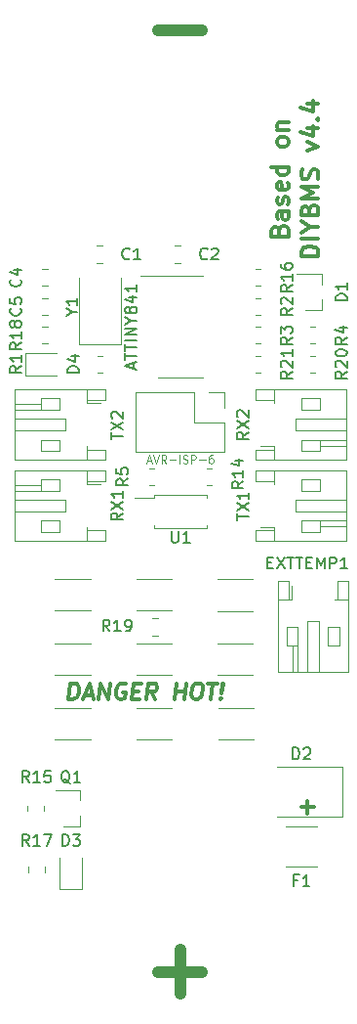
<source format=gbr>
G04 #@! TF.GenerationSoftware,KiCad,Pcbnew,5.1.10-88a1d61d58~88~ubuntu18.04.1*
G04 #@! TF.CreationDate,2021-11-17T21:44:28+08:00*
G04 #@! TF.ProjectId,ModuleV440,4d6f6475-6c65-4563-9434-302e6b696361,rev?*
G04 #@! TF.SameCoordinates,Original*
G04 #@! TF.FileFunction,Legend,Top*
G04 #@! TF.FilePolarity,Positive*
%FSLAX46Y46*%
G04 Gerber Fmt 4.6, Leading zero omitted, Abs format (unit mm)*
G04 Created by KiCad (PCBNEW 5.1.10-88a1d61d58~88~ubuntu18.04.1) date 2021-11-17 21:44:28*
%MOMM*%
%LPD*%
G01*
G04 APERTURE LIST*
%ADD10C,1.000000*%
%ADD11C,0.300000*%
%ADD12C,0.350000*%
%ADD13C,0.120000*%
%ADD14C,0.150000*%
%ADD15C,0.100000*%
G04 APERTURE END LIST*
D10*
X115012838Y-115694742D02*
X118822361Y-115694742D01*
X116917600Y-117599504D02*
X116917600Y-113789980D01*
X115012838Y-34194742D02*
X118822361Y-34194742D01*
D11*
X127396171Y-101444742D02*
X128539028Y-101444742D01*
X127967600Y-102016171D02*
X127967600Y-100873314D01*
X107220308Y-92120933D02*
X107395308Y-90720933D01*
X107728641Y-90720933D01*
X107920308Y-90787600D01*
X108036975Y-90920933D01*
X108086975Y-91054266D01*
X108120308Y-91320933D01*
X108095308Y-91520933D01*
X107995308Y-91787600D01*
X107911975Y-91920933D01*
X107761975Y-92054266D01*
X107553641Y-92120933D01*
X107220308Y-92120933D01*
X108603641Y-91720933D02*
X109270308Y-91720933D01*
X108420308Y-92120933D02*
X109061975Y-90720933D01*
X109353641Y-92120933D01*
X109820308Y-92120933D02*
X109995308Y-90720933D01*
X110620308Y-92120933D01*
X110795308Y-90720933D01*
X112186975Y-90787600D02*
X112061975Y-90720933D01*
X111861975Y-90720933D01*
X111653641Y-90787600D01*
X111503641Y-90920933D01*
X111420308Y-91054266D01*
X111320308Y-91320933D01*
X111295308Y-91520933D01*
X111328641Y-91787600D01*
X111378641Y-91920933D01*
X111495308Y-92054266D01*
X111686975Y-92120933D01*
X111820308Y-92120933D01*
X112028641Y-92054266D01*
X112103641Y-91987600D01*
X112161975Y-91520933D01*
X111895308Y-91520933D01*
X112778641Y-91387600D02*
X113245308Y-91387600D01*
X113353641Y-92120933D02*
X112686975Y-92120933D01*
X112861975Y-90720933D01*
X113528641Y-90720933D01*
X114753641Y-92120933D02*
X114370308Y-91454266D01*
X113953641Y-92120933D02*
X114128641Y-90720933D01*
X114661975Y-90720933D01*
X114786975Y-90787600D01*
X114845308Y-90854266D01*
X114895308Y-90987600D01*
X114870308Y-91187600D01*
X114786975Y-91320933D01*
X114711975Y-91387600D01*
X114570308Y-91454266D01*
X114036975Y-91454266D01*
X116420308Y-92120933D02*
X116595308Y-90720933D01*
X116511975Y-91387600D02*
X117311975Y-91387600D01*
X117220308Y-92120933D02*
X117395308Y-90720933D01*
X118328641Y-90720933D02*
X118595308Y-90720933D01*
X118720308Y-90787600D01*
X118836975Y-90920933D01*
X118870308Y-91187600D01*
X118811975Y-91654266D01*
X118711975Y-91920933D01*
X118561975Y-92054266D01*
X118420308Y-92120933D01*
X118153641Y-92120933D01*
X118028641Y-92054266D01*
X117911975Y-91920933D01*
X117878641Y-91654266D01*
X117936975Y-91187600D01*
X118036975Y-90920933D01*
X118186975Y-90787600D01*
X118328641Y-90720933D01*
X119328641Y-90720933D02*
X120128641Y-90720933D01*
X119553641Y-92120933D02*
X119728641Y-90720933D01*
X120436975Y-91987600D02*
X120495308Y-92054266D01*
X120420308Y-92120933D01*
X120361975Y-92054266D01*
X120436975Y-91987600D01*
X120420308Y-92120933D01*
X120486975Y-91587600D02*
X120520308Y-90787600D01*
X120595308Y-90720933D01*
X120653641Y-90787600D01*
X120486975Y-91587600D01*
X120595308Y-90720933D01*
D12*
X125510457Y-51516171D02*
X125581885Y-51301885D01*
X125653314Y-51230457D01*
X125796171Y-51159028D01*
X126010457Y-51159028D01*
X126153314Y-51230457D01*
X126224742Y-51301885D01*
X126296171Y-51444742D01*
X126296171Y-52016171D01*
X124796171Y-52016171D01*
X124796171Y-51516171D01*
X124867600Y-51373314D01*
X124939028Y-51301885D01*
X125081885Y-51230457D01*
X125224742Y-51230457D01*
X125367600Y-51301885D01*
X125439028Y-51373314D01*
X125510457Y-51516171D01*
X125510457Y-52016171D01*
X126296171Y-49873314D02*
X125510457Y-49873314D01*
X125367600Y-49944742D01*
X125296171Y-50087600D01*
X125296171Y-50373314D01*
X125367600Y-50516171D01*
X126224742Y-49873314D02*
X126296171Y-50016171D01*
X126296171Y-50373314D01*
X126224742Y-50516171D01*
X126081885Y-50587600D01*
X125939028Y-50587600D01*
X125796171Y-50516171D01*
X125724742Y-50373314D01*
X125724742Y-50016171D01*
X125653314Y-49873314D01*
X126224742Y-49230457D02*
X126296171Y-49087600D01*
X126296171Y-48801885D01*
X126224742Y-48659028D01*
X126081885Y-48587600D01*
X126010457Y-48587600D01*
X125867600Y-48659028D01*
X125796171Y-48801885D01*
X125796171Y-49016171D01*
X125724742Y-49159028D01*
X125581885Y-49230457D01*
X125510457Y-49230457D01*
X125367600Y-49159028D01*
X125296171Y-49016171D01*
X125296171Y-48801885D01*
X125367600Y-48659028D01*
X126224742Y-47373314D02*
X126296171Y-47516171D01*
X126296171Y-47801885D01*
X126224742Y-47944742D01*
X126081885Y-48016171D01*
X125510457Y-48016171D01*
X125367600Y-47944742D01*
X125296171Y-47801885D01*
X125296171Y-47516171D01*
X125367600Y-47373314D01*
X125510457Y-47301885D01*
X125653314Y-47301885D01*
X125796171Y-48016171D01*
X126296171Y-46016171D02*
X124796171Y-46016171D01*
X126224742Y-46016171D02*
X126296171Y-46159028D01*
X126296171Y-46444742D01*
X126224742Y-46587600D01*
X126153314Y-46659028D01*
X126010457Y-46730457D01*
X125581885Y-46730457D01*
X125439028Y-46659028D01*
X125367600Y-46587600D01*
X125296171Y-46444742D01*
X125296171Y-46159028D01*
X125367600Y-46016171D01*
X126296171Y-43944742D02*
X126224742Y-44087600D01*
X126153314Y-44159028D01*
X126010457Y-44230457D01*
X125581885Y-44230457D01*
X125439028Y-44159028D01*
X125367600Y-44087600D01*
X125296171Y-43944742D01*
X125296171Y-43730457D01*
X125367600Y-43587600D01*
X125439028Y-43516171D01*
X125581885Y-43444742D01*
X126010457Y-43444742D01*
X126153314Y-43516171D01*
X126224742Y-43587600D01*
X126296171Y-43730457D01*
X126296171Y-43944742D01*
X125296171Y-42801885D02*
X126296171Y-42801885D01*
X125439028Y-42801885D02*
X125367600Y-42730457D01*
X125296171Y-42587600D01*
X125296171Y-42373314D01*
X125367600Y-42230457D01*
X125510457Y-42159028D01*
X126296171Y-42159028D01*
X128896171Y-53730457D02*
X127396171Y-53730457D01*
X127396171Y-53373314D01*
X127467600Y-53159028D01*
X127610457Y-53016171D01*
X127753314Y-52944742D01*
X128039028Y-52873314D01*
X128253314Y-52873314D01*
X128539028Y-52944742D01*
X128681885Y-53016171D01*
X128824742Y-53159028D01*
X128896171Y-53373314D01*
X128896171Y-53730457D01*
X128896171Y-52230457D02*
X127396171Y-52230457D01*
X128181885Y-51230457D02*
X128896171Y-51230457D01*
X127396171Y-51730457D02*
X128181885Y-51230457D01*
X127396171Y-50730457D01*
X128110457Y-49730457D02*
X128181885Y-49516171D01*
X128253314Y-49444742D01*
X128396171Y-49373314D01*
X128610457Y-49373314D01*
X128753314Y-49444742D01*
X128824742Y-49516171D01*
X128896171Y-49659028D01*
X128896171Y-50230457D01*
X127396171Y-50230457D01*
X127396171Y-49730457D01*
X127467600Y-49587600D01*
X127539028Y-49516171D01*
X127681885Y-49444742D01*
X127824742Y-49444742D01*
X127967600Y-49516171D01*
X128039028Y-49587600D01*
X128110457Y-49730457D01*
X128110457Y-50230457D01*
X128896171Y-48730457D02*
X127396171Y-48730457D01*
X128467600Y-48230457D01*
X127396171Y-47730457D01*
X128896171Y-47730457D01*
X128824742Y-47087600D02*
X128896171Y-46873314D01*
X128896171Y-46516171D01*
X128824742Y-46373314D01*
X128753314Y-46301885D01*
X128610457Y-46230457D01*
X128467600Y-46230457D01*
X128324742Y-46301885D01*
X128253314Y-46373314D01*
X128181885Y-46516171D01*
X128110457Y-46801885D01*
X128039028Y-46944742D01*
X127967600Y-47016171D01*
X127824742Y-47087600D01*
X127681885Y-47087600D01*
X127539028Y-47016171D01*
X127467600Y-46944742D01*
X127396171Y-46801885D01*
X127396171Y-46444742D01*
X127467600Y-46230457D01*
X127896171Y-44587600D02*
X128896171Y-44230457D01*
X127896171Y-43873314D01*
X127896171Y-42659028D02*
X128896171Y-42659028D01*
X127324742Y-43016171D02*
X128396171Y-43373314D01*
X128396171Y-42444742D01*
X128753314Y-41873314D02*
X128824742Y-41801885D01*
X128896171Y-41873314D01*
X128824742Y-41944742D01*
X128753314Y-41873314D01*
X128896171Y-41873314D01*
X127896171Y-40516171D02*
X128896171Y-40516171D01*
X127324742Y-40873314D02*
X128396171Y-41230457D01*
X128396171Y-40301885D01*
D13*
X119644664Y-73572600D02*
X119190536Y-73572600D01*
X119644664Y-72102600D02*
X119190536Y-72102600D01*
X123440536Y-62352600D02*
X123894664Y-62352600D01*
X123440536Y-63822600D02*
X123894664Y-63822600D01*
X128190536Y-62352600D02*
X128644664Y-62352600D01*
X128190536Y-63822600D02*
X128644664Y-63822600D01*
X106167600Y-62127600D02*
X103482600Y-62127600D01*
X103482600Y-62127600D02*
X103482600Y-64047600D01*
X103482600Y-64047600D02*
X106167600Y-64047600D01*
X128190536Y-59852600D02*
X128644664Y-59852600D01*
X128190536Y-61322600D02*
X128644664Y-61322600D01*
X123440536Y-59852600D02*
X123894664Y-59852600D01*
X123440536Y-61322600D02*
X123894664Y-61322600D01*
X123440536Y-54852600D02*
X123894664Y-54852600D01*
X123440536Y-56322600D02*
X123894664Y-56322600D01*
X109690536Y-62352600D02*
X110144664Y-62352600D01*
X109690536Y-63822600D02*
X110144664Y-63822600D01*
X111717600Y-61387600D02*
X111717600Y-55637600D01*
X108117600Y-61387600D02*
X111717600Y-61387600D01*
X108117600Y-55637600D02*
X108117600Y-61387600D01*
X120747600Y-65507600D02*
X120747600Y-66837600D01*
X119417600Y-65507600D02*
X120747600Y-65507600D01*
X120747600Y-68107600D02*
X120747600Y-70707600D01*
X118147600Y-68107600D02*
X120747600Y-68107600D01*
X118147600Y-65507600D02*
X118147600Y-68107600D01*
X120747600Y-70707600D02*
X113007600Y-70707600D01*
X118147600Y-65507600D02*
X113007600Y-65507600D01*
X113007600Y-65507600D02*
X113007600Y-70707600D01*
X123894664Y-58822600D02*
X123440536Y-58822600D01*
X123894664Y-57352600D02*
X123440536Y-57352600D01*
X105394664Y-61322600D02*
X104940536Y-61322600D01*
X105394664Y-59852600D02*
X104940536Y-59852600D01*
X129177600Y-58417600D02*
X129177600Y-57487600D01*
X129177600Y-55257600D02*
X129177600Y-56187600D01*
X129177600Y-55257600D02*
X127017600Y-55257600D01*
X129177600Y-58417600D02*
X127717600Y-58417600D01*
X105428852Y-58822600D02*
X104906348Y-58822600D01*
X105428852Y-57352600D02*
X104906348Y-57352600D01*
X105428852Y-56322600D02*
X104906348Y-56322600D01*
X105428852Y-54852600D02*
X104906348Y-54852600D01*
X116406348Y-52852600D02*
X116928852Y-52852600D01*
X116406348Y-54322600D02*
X116928852Y-54322600D01*
X110178852Y-54322600D02*
X109656348Y-54322600D01*
X110178852Y-52852600D02*
X109656348Y-52852600D01*
X116917600Y-64272600D02*
X118867600Y-64272600D01*
X116917600Y-64272600D02*
X114967600Y-64272600D01*
X116917600Y-55402600D02*
X118867600Y-55402600D01*
X116917600Y-55402600D02*
X113467600Y-55402600D01*
X123194664Y-84447600D02*
X120140536Y-84447600D01*
X123194664Y-81727600D02*
X120140536Y-81727600D01*
X113090536Y-81677600D02*
X116144664Y-81677600D01*
X113090536Y-84397600D02*
X116144664Y-84397600D01*
X120140536Y-87252600D02*
X123194664Y-87252600D01*
X120140536Y-89972600D02*
X123194664Y-89972600D01*
X116144664Y-89972600D02*
X113090536Y-89972600D01*
X116144664Y-87252600D02*
X113090536Y-87252600D01*
X123244664Y-95547600D02*
X120190536Y-95547600D01*
X123244664Y-92827600D02*
X120190536Y-92827600D01*
X113115536Y-92827600D02*
X116169664Y-92827600D01*
X113115536Y-95547600D02*
X116169664Y-95547600D01*
X109094664Y-84397600D02*
X106040536Y-84397600D01*
X109094664Y-81677600D02*
X106040536Y-81677600D01*
X106040536Y-87252600D02*
X109094664Y-87252600D01*
X106040536Y-89972600D02*
X109094664Y-89972600D01*
X109094664Y-95547600D02*
X106040536Y-95547600D01*
X109094664Y-92827600D02*
X106040536Y-92827600D01*
X116917600Y-77247600D02*
X119227600Y-77247600D01*
X119227600Y-77247600D02*
X119227600Y-77032600D01*
X116917600Y-77247600D02*
X114607600Y-77247600D01*
X114607600Y-77247600D02*
X114607600Y-77032600D01*
X116917600Y-74427600D02*
X119227600Y-74427600D01*
X119227600Y-74427600D02*
X119227600Y-74642600D01*
X116917600Y-74427600D02*
X114607600Y-74427600D01*
X114607600Y-74427600D02*
X114607600Y-74642600D01*
X114607600Y-74642600D02*
X112917600Y-74642600D01*
X125057600Y-77197600D02*
X125057600Y-77477600D01*
X125057600Y-77477600D02*
X123457600Y-77477600D01*
X123457600Y-77477600D02*
X123457600Y-78397600D01*
X123457600Y-78397600D02*
X131277600Y-78397600D01*
X131277600Y-78397600D02*
X131277600Y-72277600D01*
X131277600Y-72277600D02*
X123457600Y-72277600D01*
X123457600Y-72277600D02*
X123457600Y-73197600D01*
X123457600Y-73197600D02*
X125057600Y-73197600D01*
X125057600Y-73197600D02*
X125057600Y-73477600D01*
X131277600Y-75837600D02*
X126917600Y-75837600D01*
X126917600Y-75837600D02*
X126917600Y-74837600D01*
X126917600Y-74837600D02*
X131277600Y-74837600D01*
X125057600Y-78397600D02*
X125057600Y-77477600D01*
X125057600Y-72277600D02*
X125057600Y-73197600D01*
X127417600Y-77637600D02*
X129017600Y-77637600D01*
X129017600Y-77637600D02*
X129017600Y-76637600D01*
X129017600Y-76637600D02*
X127417600Y-76637600D01*
X127417600Y-76637600D02*
X127417600Y-77637600D01*
X127417600Y-73037600D02*
X129017600Y-73037600D01*
X129017600Y-73037600D02*
X129017600Y-74037600D01*
X129017600Y-74037600D02*
X127417600Y-74037600D01*
X127417600Y-74037600D02*
X127417600Y-73037600D01*
X129017600Y-76637600D02*
X131277600Y-76637600D01*
X129017600Y-77137600D02*
X131277600Y-77137600D01*
X125057600Y-77197600D02*
X123842600Y-77197600D01*
X108777600Y-73477600D02*
X108777600Y-73197600D01*
X108777600Y-73197600D02*
X110377600Y-73197600D01*
X110377600Y-73197600D02*
X110377600Y-72277600D01*
X110377600Y-72277600D02*
X102557600Y-72277600D01*
X102557600Y-72277600D02*
X102557600Y-78397600D01*
X102557600Y-78397600D02*
X110377600Y-78397600D01*
X110377600Y-78397600D02*
X110377600Y-77477600D01*
X110377600Y-77477600D02*
X108777600Y-77477600D01*
X108777600Y-77477600D02*
X108777600Y-77197600D01*
X102557600Y-74837600D02*
X106917600Y-74837600D01*
X106917600Y-74837600D02*
X106917600Y-75837600D01*
X106917600Y-75837600D02*
X102557600Y-75837600D01*
X108777600Y-72277600D02*
X108777600Y-73197600D01*
X108777600Y-78397600D02*
X108777600Y-77477600D01*
X106417600Y-73037600D02*
X104817600Y-73037600D01*
X104817600Y-73037600D02*
X104817600Y-74037600D01*
X104817600Y-74037600D02*
X106417600Y-74037600D01*
X106417600Y-74037600D02*
X106417600Y-73037600D01*
X106417600Y-77637600D02*
X104817600Y-77637600D01*
X104817600Y-77637600D02*
X104817600Y-76637600D01*
X104817600Y-76637600D02*
X106417600Y-76637600D01*
X106417600Y-76637600D02*
X106417600Y-77637600D01*
X104817600Y-74037600D02*
X102557600Y-74037600D01*
X104817600Y-73537600D02*
X102557600Y-73537600D01*
X108777600Y-73477600D02*
X109992600Y-73477600D01*
X130967600Y-102237600D02*
X130967600Y-97937600D01*
X130967600Y-97937600D02*
X125267600Y-97937600D01*
X130967600Y-102237600D02*
X125267600Y-102237600D01*
X114944664Y-86572600D02*
X114490536Y-86572600D01*
X114944664Y-85102600D02*
X114490536Y-85102600D01*
X105152600Y-106610536D02*
X105152600Y-107064664D01*
X103682600Y-106610536D02*
X103682600Y-107064664D01*
X105102600Y-101310536D02*
X105102600Y-101764664D01*
X103632600Y-101310536D02*
X103632600Y-101764664D01*
X114190536Y-72102600D02*
X114644664Y-72102600D01*
X114190536Y-73572600D02*
X114644664Y-73572600D01*
X128803852Y-106547600D02*
X126031348Y-106547600D01*
X128803852Y-103127600D02*
X126031348Y-103127600D01*
X126557600Y-83477600D02*
X126277600Y-83477600D01*
X126277600Y-83477600D02*
X126277600Y-81877600D01*
X126277600Y-81877600D02*
X125357600Y-81877600D01*
X125357600Y-81877600D02*
X125357600Y-89697600D01*
X125357600Y-89697600D02*
X131477600Y-89697600D01*
X131477600Y-89697600D02*
X131477600Y-81877600D01*
X131477600Y-81877600D02*
X130557600Y-81877600D01*
X130557600Y-81877600D02*
X130557600Y-83477600D01*
X130557600Y-83477600D02*
X130277600Y-83477600D01*
X127917600Y-89697600D02*
X127917600Y-85337600D01*
X127917600Y-85337600D02*
X128917600Y-85337600D01*
X128917600Y-85337600D02*
X128917600Y-89697600D01*
X125357600Y-83477600D02*
X126277600Y-83477600D01*
X131477600Y-83477600D02*
X130557600Y-83477600D01*
X126117600Y-85837600D02*
X126117600Y-87437600D01*
X126117600Y-87437600D02*
X127117600Y-87437600D01*
X127117600Y-87437600D02*
X127117600Y-85837600D01*
X127117600Y-85837600D02*
X126117600Y-85837600D01*
X130717600Y-85837600D02*
X130717600Y-87437600D01*
X130717600Y-87437600D02*
X129717600Y-87437600D01*
X129717600Y-87437600D02*
X129717600Y-85837600D01*
X129717600Y-85837600D02*
X130717600Y-85837600D01*
X127117600Y-87437600D02*
X127117600Y-89697600D01*
X126617600Y-87437600D02*
X126617600Y-89697600D01*
X126557600Y-83477600D02*
X126557600Y-82262600D01*
X106457600Y-105837600D02*
X106457600Y-108522600D01*
X106457600Y-108522600D02*
X108377600Y-108522600D01*
X108377600Y-108522600D02*
X108377600Y-105837600D01*
X108227600Y-103092600D02*
X106767600Y-103092600D01*
X108227600Y-99932600D02*
X106067600Y-99932600D01*
X108227600Y-99932600D02*
X108227600Y-100862600D01*
X108227600Y-103092600D02*
X108227600Y-102162600D01*
X125057600Y-70197600D02*
X123842600Y-70197600D01*
X129017600Y-70137600D02*
X131277600Y-70137600D01*
X129017600Y-69637600D02*
X131277600Y-69637600D01*
X127417600Y-67037600D02*
X127417600Y-66037600D01*
X129017600Y-67037600D02*
X127417600Y-67037600D01*
X129017600Y-66037600D02*
X129017600Y-67037600D01*
X127417600Y-66037600D02*
X129017600Y-66037600D01*
X127417600Y-69637600D02*
X127417600Y-70637600D01*
X129017600Y-69637600D02*
X127417600Y-69637600D01*
X129017600Y-70637600D02*
X129017600Y-69637600D01*
X127417600Y-70637600D02*
X129017600Y-70637600D01*
X125057600Y-65277600D02*
X125057600Y-66197600D01*
X125057600Y-71397600D02*
X125057600Y-70477600D01*
X126917600Y-67837600D02*
X131277600Y-67837600D01*
X126917600Y-68837600D02*
X126917600Y-67837600D01*
X131277600Y-68837600D02*
X126917600Y-68837600D01*
X125057600Y-66197600D02*
X125057600Y-66477600D01*
X123457600Y-66197600D02*
X125057600Y-66197600D01*
X123457600Y-65277600D02*
X123457600Y-66197600D01*
X131277600Y-65277600D02*
X123457600Y-65277600D01*
X131277600Y-71397600D02*
X131277600Y-65277600D01*
X123457600Y-71397600D02*
X131277600Y-71397600D01*
X123457600Y-70477600D02*
X123457600Y-71397600D01*
X125057600Y-70477600D02*
X123457600Y-70477600D01*
X125057600Y-70197600D02*
X125057600Y-70477600D01*
X108777600Y-66477600D02*
X108777600Y-66197600D01*
X108777600Y-66197600D02*
X110377600Y-66197600D01*
X110377600Y-66197600D02*
X110377600Y-65277600D01*
X110377600Y-65277600D02*
X102557600Y-65277600D01*
X102557600Y-65277600D02*
X102557600Y-71397600D01*
X102557600Y-71397600D02*
X110377600Y-71397600D01*
X110377600Y-71397600D02*
X110377600Y-70477600D01*
X110377600Y-70477600D02*
X108777600Y-70477600D01*
X108777600Y-70477600D02*
X108777600Y-70197600D01*
X102557600Y-67837600D02*
X106917600Y-67837600D01*
X106917600Y-67837600D02*
X106917600Y-68837600D01*
X106917600Y-68837600D02*
X102557600Y-68837600D01*
X108777600Y-65277600D02*
X108777600Y-66197600D01*
X108777600Y-71397600D02*
X108777600Y-70477600D01*
X106417600Y-66037600D02*
X104817600Y-66037600D01*
X104817600Y-66037600D02*
X104817600Y-67037600D01*
X104817600Y-67037600D02*
X106417600Y-67037600D01*
X106417600Y-67037600D02*
X106417600Y-66037600D01*
X106417600Y-70637600D02*
X104817600Y-70637600D01*
X104817600Y-70637600D02*
X104817600Y-69637600D01*
X104817600Y-69637600D02*
X106417600Y-69637600D01*
X106417600Y-69637600D02*
X106417600Y-70637600D01*
X104817600Y-67037600D02*
X102557600Y-67037600D01*
X104817600Y-66537600D02*
X102557600Y-66537600D01*
X108777600Y-66477600D02*
X109992600Y-66477600D01*
D14*
X122369980Y-73230457D02*
X121893790Y-73563790D01*
X122369980Y-73801885D02*
X121369980Y-73801885D01*
X121369980Y-73420933D01*
X121417600Y-73325695D01*
X121465219Y-73278076D01*
X121560457Y-73230457D01*
X121703314Y-73230457D01*
X121798552Y-73278076D01*
X121846171Y-73325695D01*
X121893790Y-73420933D01*
X121893790Y-73801885D01*
X122369980Y-72278076D02*
X122369980Y-72849504D01*
X122369980Y-72563790D02*
X121369980Y-72563790D01*
X121512838Y-72659028D01*
X121608076Y-72754266D01*
X121655695Y-72849504D01*
X121703314Y-71420933D02*
X122369980Y-71420933D01*
X121322361Y-71659028D02*
X122036647Y-71897123D01*
X122036647Y-71278076D01*
X126619980Y-63730457D02*
X126143790Y-64063790D01*
X126619980Y-64301885D02*
X125619980Y-64301885D01*
X125619980Y-63920933D01*
X125667600Y-63825695D01*
X125715219Y-63778076D01*
X125810457Y-63730457D01*
X125953314Y-63730457D01*
X126048552Y-63778076D01*
X126096171Y-63825695D01*
X126143790Y-63920933D01*
X126143790Y-64301885D01*
X125715219Y-63349504D02*
X125667600Y-63301885D01*
X125619980Y-63206647D01*
X125619980Y-62968552D01*
X125667600Y-62873314D01*
X125715219Y-62825695D01*
X125810457Y-62778076D01*
X125905695Y-62778076D01*
X126048552Y-62825695D01*
X126619980Y-63397123D01*
X126619980Y-62778076D01*
X126619980Y-61825695D02*
X126619980Y-62397123D01*
X126619980Y-62111409D02*
X125619980Y-62111409D01*
X125762838Y-62206647D01*
X125858076Y-62301885D01*
X125905695Y-62397123D01*
X131369980Y-63730457D02*
X130893790Y-64063790D01*
X131369980Y-64301885D02*
X130369980Y-64301885D01*
X130369980Y-63920933D01*
X130417600Y-63825695D01*
X130465219Y-63778076D01*
X130560457Y-63730457D01*
X130703314Y-63730457D01*
X130798552Y-63778076D01*
X130846171Y-63825695D01*
X130893790Y-63920933D01*
X130893790Y-64301885D01*
X130465219Y-63349504D02*
X130417600Y-63301885D01*
X130369980Y-63206647D01*
X130369980Y-62968552D01*
X130417600Y-62873314D01*
X130465219Y-62825695D01*
X130560457Y-62778076D01*
X130655695Y-62778076D01*
X130798552Y-62825695D01*
X131369980Y-63397123D01*
X131369980Y-62778076D01*
X130369980Y-62159028D02*
X130369980Y-62063790D01*
X130417600Y-61968552D01*
X130465219Y-61920933D01*
X130560457Y-61873314D01*
X130750933Y-61825695D01*
X130989028Y-61825695D01*
X131179504Y-61873314D01*
X131274742Y-61920933D01*
X131322361Y-61968552D01*
X131369980Y-62063790D01*
X131369980Y-62159028D01*
X131322361Y-62254266D01*
X131274742Y-62301885D01*
X131179504Y-62349504D01*
X130989028Y-62397123D01*
X130750933Y-62397123D01*
X130560457Y-62349504D01*
X130465219Y-62301885D01*
X130417600Y-62254266D01*
X130369980Y-62159028D01*
X108119980Y-63825695D02*
X107119980Y-63825695D01*
X107119980Y-63587600D01*
X107167600Y-63444742D01*
X107262838Y-63349504D01*
X107358076Y-63301885D01*
X107548552Y-63254266D01*
X107691409Y-63254266D01*
X107881885Y-63301885D01*
X107977123Y-63349504D01*
X108072361Y-63444742D01*
X108119980Y-63587600D01*
X108119980Y-63825695D01*
X107453314Y-62397123D02*
X108119980Y-62397123D01*
X107072361Y-62635219D02*
X107786647Y-62873314D01*
X107786647Y-62254266D01*
X131369980Y-60754266D02*
X130893790Y-61087600D01*
X131369980Y-61325695D02*
X130369980Y-61325695D01*
X130369980Y-60944742D01*
X130417600Y-60849504D01*
X130465219Y-60801885D01*
X130560457Y-60754266D01*
X130703314Y-60754266D01*
X130798552Y-60801885D01*
X130846171Y-60849504D01*
X130893790Y-60944742D01*
X130893790Y-61325695D01*
X130703314Y-59897123D02*
X131369980Y-59897123D01*
X130322361Y-60135219D02*
X131036647Y-60373314D01*
X131036647Y-59754266D01*
X126619980Y-60754266D02*
X126143790Y-61087600D01*
X126619980Y-61325695D02*
X125619980Y-61325695D01*
X125619980Y-60944742D01*
X125667600Y-60849504D01*
X125715219Y-60801885D01*
X125810457Y-60754266D01*
X125953314Y-60754266D01*
X126048552Y-60801885D01*
X126096171Y-60849504D01*
X126143790Y-60944742D01*
X126143790Y-61325695D01*
X125619980Y-60420933D02*
X125619980Y-59801885D01*
X126000933Y-60135219D01*
X126000933Y-59992361D01*
X126048552Y-59897123D01*
X126096171Y-59849504D01*
X126191409Y-59801885D01*
X126429504Y-59801885D01*
X126524742Y-59849504D01*
X126572361Y-59897123D01*
X126619980Y-59992361D01*
X126619980Y-60278076D01*
X126572361Y-60373314D01*
X126524742Y-60420933D01*
X126619980Y-58254266D02*
X126143790Y-58587600D01*
X126619980Y-58825695D02*
X125619980Y-58825695D01*
X125619980Y-58444742D01*
X125667600Y-58349504D01*
X125715219Y-58301885D01*
X125810457Y-58254266D01*
X125953314Y-58254266D01*
X126048552Y-58301885D01*
X126096171Y-58349504D01*
X126143790Y-58444742D01*
X126143790Y-58825695D01*
X125715219Y-57873314D02*
X125667600Y-57825695D01*
X125619980Y-57730457D01*
X125619980Y-57492361D01*
X125667600Y-57397123D01*
X125715219Y-57349504D01*
X125810457Y-57301885D01*
X125905695Y-57301885D01*
X126048552Y-57349504D01*
X126619980Y-57920933D01*
X126619980Y-57301885D01*
X103119980Y-63254266D02*
X102643790Y-63587600D01*
X103119980Y-63825695D02*
X102119980Y-63825695D01*
X102119980Y-63444742D01*
X102167600Y-63349504D01*
X102215219Y-63301885D01*
X102310457Y-63254266D01*
X102453314Y-63254266D01*
X102548552Y-63301885D01*
X102596171Y-63349504D01*
X102643790Y-63444742D01*
X102643790Y-63825695D01*
X103119980Y-62301885D02*
X103119980Y-62873314D01*
X103119980Y-62587600D02*
X102119980Y-62587600D01*
X102262838Y-62682838D01*
X102358076Y-62778076D01*
X102405695Y-62873314D01*
X107498790Y-58563790D02*
X107974980Y-58563790D01*
X106974980Y-58897123D02*
X107498790Y-58563790D01*
X106974980Y-58230457D01*
X107974980Y-57373314D02*
X107974980Y-57944742D01*
X107974980Y-57659028D02*
X106974980Y-57659028D01*
X107117838Y-57754266D01*
X107213076Y-57849504D01*
X107260695Y-57944742D01*
D15*
X114050933Y-71454266D02*
X114384266Y-71454266D01*
X113984266Y-71654266D02*
X114217600Y-70954266D01*
X114450933Y-71654266D01*
X114584266Y-70954266D02*
X114817600Y-71654266D01*
X115050933Y-70954266D01*
X115684266Y-71654266D02*
X115450933Y-71320933D01*
X115284266Y-71654266D02*
X115284266Y-70954266D01*
X115550933Y-70954266D01*
X115617600Y-70987600D01*
X115650933Y-71020933D01*
X115684266Y-71087600D01*
X115684266Y-71187600D01*
X115650933Y-71254266D01*
X115617600Y-71287600D01*
X115550933Y-71320933D01*
X115284266Y-71320933D01*
X115984266Y-71387600D02*
X116517600Y-71387600D01*
X116850933Y-71654266D02*
X116850933Y-70954266D01*
X117150933Y-71620933D02*
X117250933Y-71654266D01*
X117417600Y-71654266D01*
X117484266Y-71620933D01*
X117517600Y-71587600D01*
X117550933Y-71520933D01*
X117550933Y-71454266D01*
X117517600Y-71387600D01*
X117484266Y-71354266D01*
X117417600Y-71320933D01*
X117284266Y-71287600D01*
X117217600Y-71254266D01*
X117184266Y-71220933D01*
X117150933Y-71154266D01*
X117150933Y-71087600D01*
X117184266Y-71020933D01*
X117217600Y-70987600D01*
X117284266Y-70954266D01*
X117450933Y-70954266D01*
X117550933Y-70987600D01*
X117850933Y-71654266D02*
X117850933Y-70954266D01*
X118117600Y-70954266D01*
X118184266Y-70987600D01*
X118217600Y-71020933D01*
X118250933Y-71087600D01*
X118250933Y-71187600D01*
X118217600Y-71254266D01*
X118184266Y-71287600D01*
X118117600Y-71320933D01*
X117850933Y-71320933D01*
X118550933Y-71387600D02*
X119084266Y-71387600D01*
X119717600Y-70954266D02*
X119584266Y-70954266D01*
X119517600Y-70987600D01*
X119484266Y-71020933D01*
X119417600Y-71120933D01*
X119384266Y-71254266D01*
X119384266Y-71520933D01*
X119417600Y-71587600D01*
X119450933Y-71620933D01*
X119517600Y-71654266D01*
X119650933Y-71654266D01*
X119717600Y-71620933D01*
X119750933Y-71587600D01*
X119784266Y-71520933D01*
X119784266Y-71354266D01*
X119750933Y-71287600D01*
X119717600Y-71254266D01*
X119650933Y-71220933D01*
X119517600Y-71220933D01*
X119450933Y-71254266D01*
X119417600Y-71287600D01*
X119384266Y-71354266D01*
D14*
X126619980Y-56230457D02*
X126143790Y-56563790D01*
X126619980Y-56801885D02*
X125619980Y-56801885D01*
X125619980Y-56420933D01*
X125667600Y-56325695D01*
X125715219Y-56278076D01*
X125810457Y-56230457D01*
X125953314Y-56230457D01*
X126048552Y-56278076D01*
X126096171Y-56325695D01*
X126143790Y-56420933D01*
X126143790Y-56801885D01*
X126619980Y-55278076D02*
X126619980Y-55849504D01*
X126619980Y-55563790D02*
X125619980Y-55563790D01*
X125762838Y-55659028D01*
X125858076Y-55754266D01*
X125905695Y-55849504D01*
X125619980Y-54420933D02*
X125619980Y-54611409D01*
X125667600Y-54706647D01*
X125715219Y-54754266D01*
X125858076Y-54849504D01*
X126048552Y-54897123D01*
X126429504Y-54897123D01*
X126524742Y-54849504D01*
X126572361Y-54801885D01*
X126619980Y-54706647D01*
X126619980Y-54516171D01*
X126572361Y-54420933D01*
X126524742Y-54373314D01*
X126429504Y-54325695D01*
X126191409Y-54325695D01*
X126096171Y-54373314D01*
X126048552Y-54420933D01*
X126000933Y-54516171D01*
X126000933Y-54706647D01*
X126048552Y-54801885D01*
X126096171Y-54849504D01*
X126191409Y-54897123D01*
X103119980Y-61230457D02*
X102643790Y-61563790D01*
X103119980Y-61801885D02*
X102119980Y-61801885D01*
X102119980Y-61420933D01*
X102167600Y-61325695D01*
X102215219Y-61278076D01*
X102310457Y-61230457D01*
X102453314Y-61230457D01*
X102548552Y-61278076D01*
X102596171Y-61325695D01*
X102643790Y-61420933D01*
X102643790Y-61801885D01*
X103119980Y-60278076D02*
X103119980Y-60849504D01*
X103119980Y-60563790D02*
X102119980Y-60563790D01*
X102262838Y-60659028D01*
X102358076Y-60754266D01*
X102405695Y-60849504D01*
X102548552Y-59706647D02*
X102500933Y-59801885D01*
X102453314Y-59849504D01*
X102358076Y-59897123D01*
X102310457Y-59897123D01*
X102215219Y-59849504D01*
X102167600Y-59801885D01*
X102119980Y-59706647D01*
X102119980Y-59516171D01*
X102167600Y-59420933D01*
X102215219Y-59373314D01*
X102310457Y-59325695D01*
X102358076Y-59325695D01*
X102453314Y-59373314D01*
X102500933Y-59420933D01*
X102548552Y-59516171D01*
X102548552Y-59706647D01*
X102596171Y-59801885D01*
X102643790Y-59849504D01*
X102739028Y-59897123D01*
X102929504Y-59897123D01*
X103024742Y-59849504D01*
X103072361Y-59801885D01*
X103119980Y-59706647D01*
X103119980Y-59516171D01*
X103072361Y-59420933D01*
X103024742Y-59373314D01*
X102929504Y-59325695D01*
X102739028Y-59325695D01*
X102643790Y-59373314D01*
X102596171Y-59420933D01*
X102548552Y-59516171D01*
X131369980Y-57575695D02*
X130369980Y-57575695D01*
X130369980Y-57337600D01*
X130417600Y-57194742D01*
X130512838Y-57099504D01*
X130608076Y-57051885D01*
X130798552Y-57004266D01*
X130941409Y-57004266D01*
X131131885Y-57051885D01*
X131227123Y-57099504D01*
X131322361Y-57194742D01*
X131369980Y-57337600D01*
X131369980Y-57575695D01*
X131369980Y-56051885D02*
X131369980Y-56623314D01*
X131369980Y-56337600D02*
X130369980Y-56337600D01*
X130512838Y-56432838D01*
X130608076Y-56528076D01*
X130655695Y-56623314D01*
X103024742Y-58254266D02*
X103072361Y-58301885D01*
X103119980Y-58444742D01*
X103119980Y-58539980D01*
X103072361Y-58682838D01*
X102977123Y-58778076D01*
X102881885Y-58825695D01*
X102691409Y-58873314D01*
X102548552Y-58873314D01*
X102358076Y-58825695D01*
X102262838Y-58778076D01*
X102167600Y-58682838D01*
X102119980Y-58539980D01*
X102119980Y-58444742D01*
X102167600Y-58301885D01*
X102215219Y-58254266D01*
X102119980Y-57349504D02*
X102119980Y-57825695D01*
X102596171Y-57873314D01*
X102548552Y-57825695D01*
X102500933Y-57730457D01*
X102500933Y-57492361D01*
X102548552Y-57397123D01*
X102596171Y-57349504D01*
X102691409Y-57301885D01*
X102929504Y-57301885D01*
X103024742Y-57349504D01*
X103072361Y-57397123D01*
X103119980Y-57492361D01*
X103119980Y-57730457D01*
X103072361Y-57825695D01*
X103024742Y-57873314D01*
X103024742Y-55754266D02*
X103072361Y-55801885D01*
X103119980Y-55944742D01*
X103119980Y-56039980D01*
X103072361Y-56182838D01*
X102977123Y-56278076D01*
X102881885Y-56325695D01*
X102691409Y-56373314D01*
X102548552Y-56373314D01*
X102358076Y-56325695D01*
X102262838Y-56278076D01*
X102167600Y-56182838D01*
X102119980Y-56039980D01*
X102119980Y-55944742D01*
X102167600Y-55801885D01*
X102215219Y-55754266D01*
X102453314Y-54897123D02*
X103119980Y-54897123D01*
X102072361Y-55135219D02*
X102786647Y-55373314D01*
X102786647Y-54754266D01*
X119250933Y-53944742D02*
X119203314Y-53992361D01*
X119060457Y-54039980D01*
X118965219Y-54039980D01*
X118822361Y-53992361D01*
X118727123Y-53897123D01*
X118679504Y-53801885D01*
X118631885Y-53611409D01*
X118631885Y-53468552D01*
X118679504Y-53278076D01*
X118727123Y-53182838D01*
X118822361Y-53087600D01*
X118965219Y-53039980D01*
X119060457Y-53039980D01*
X119203314Y-53087600D01*
X119250933Y-53135219D01*
X119631885Y-53135219D02*
X119679504Y-53087600D01*
X119774742Y-53039980D01*
X120012838Y-53039980D01*
X120108076Y-53087600D01*
X120155695Y-53135219D01*
X120203314Y-53230457D01*
X120203314Y-53325695D01*
X120155695Y-53468552D01*
X119584266Y-54039980D01*
X120203314Y-54039980D01*
X112500933Y-53944742D02*
X112453314Y-53992361D01*
X112310457Y-54039980D01*
X112215219Y-54039980D01*
X112072361Y-53992361D01*
X111977123Y-53897123D01*
X111929504Y-53801885D01*
X111881885Y-53611409D01*
X111881885Y-53468552D01*
X111929504Y-53278076D01*
X111977123Y-53182838D01*
X112072361Y-53087600D01*
X112215219Y-53039980D01*
X112310457Y-53039980D01*
X112453314Y-53087600D01*
X112500933Y-53135219D01*
X113453314Y-54039980D02*
X112881885Y-54039980D01*
X113167600Y-54039980D02*
X113167600Y-53039980D01*
X113072361Y-53182838D01*
X112977123Y-53278076D01*
X112881885Y-53325695D01*
X112834266Y-63456647D02*
X112834266Y-62980457D01*
X113119980Y-63551885D02*
X112119980Y-63218552D01*
X113119980Y-62885219D01*
X112119980Y-62694742D02*
X112119980Y-62123314D01*
X113119980Y-62409028D02*
X112119980Y-62409028D01*
X112119980Y-61932838D02*
X112119980Y-61361409D01*
X113119980Y-61647123D02*
X112119980Y-61647123D01*
X113119980Y-61028076D02*
X112119980Y-61028076D01*
X113119980Y-60551885D02*
X112119980Y-60551885D01*
X113119980Y-59980457D01*
X112119980Y-59980457D01*
X112643790Y-59313790D02*
X113119980Y-59313790D01*
X112119980Y-59647123D02*
X112643790Y-59313790D01*
X112119980Y-58980457D01*
X112548552Y-58504266D02*
X112500933Y-58599504D01*
X112453314Y-58647123D01*
X112358076Y-58694742D01*
X112310457Y-58694742D01*
X112215219Y-58647123D01*
X112167600Y-58599504D01*
X112119980Y-58504266D01*
X112119980Y-58313790D01*
X112167600Y-58218552D01*
X112215219Y-58170933D01*
X112310457Y-58123314D01*
X112358076Y-58123314D01*
X112453314Y-58170933D01*
X112500933Y-58218552D01*
X112548552Y-58313790D01*
X112548552Y-58504266D01*
X112596171Y-58599504D01*
X112643790Y-58647123D01*
X112739028Y-58694742D01*
X112929504Y-58694742D01*
X113024742Y-58647123D01*
X113072361Y-58599504D01*
X113119980Y-58504266D01*
X113119980Y-58313790D01*
X113072361Y-58218552D01*
X113024742Y-58170933D01*
X112929504Y-58123314D01*
X112739028Y-58123314D01*
X112643790Y-58170933D01*
X112596171Y-58218552D01*
X112548552Y-58313790D01*
X112453314Y-57266171D02*
X113119980Y-57266171D01*
X112072361Y-57504266D02*
X112786647Y-57742361D01*
X112786647Y-57123314D01*
X113119980Y-56218552D02*
X113119980Y-56789980D01*
X113119980Y-56504266D02*
X112119980Y-56504266D01*
X112262838Y-56599504D01*
X112358076Y-56694742D01*
X112405695Y-56789980D01*
X116155695Y-77539980D02*
X116155695Y-78349504D01*
X116203314Y-78444742D01*
X116250933Y-78492361D01*
X116346171Y-78539980D01*
X116536647Y-78539980D01*
X116631885Y-78492361D01*
X116679504Y-78444742D01*
X116727123Y-78349504D01*
X116727123Y-77539980D01*
X117727123Y-78539980D02*
X117155695Y-78539980D01*
X117441409Y-78539980D02*
X117441409Y-77539980D01*
X117346171Y-77682838D01*
X117250933Y-77778076D01*
X117155695Y-77825695D01*
X121819980Y-76575695D02*
X121819980Y-76004266D01*
X122819980Y-76289980D02*
X121819980Y-76289980D01*
X121819980Y-75766171D02*
X122819980Y-75099504D01*
X121819980Y-75099504D02*
X122819980Y-75766171D01*
X122819980Y-74194742D02*
X122819980Y-74766171D01*
X122819980Y-74480457D02*
X121819980Y-74480457D01*
X121962838Y-74575695D01*
X122058076Y-74670933D01*
X122105695Y-74766171D01*
X111899980Y-75980457D02*
X111423790Y-76313790D01*
X111899980Y-76551885D02*
X110899980Y-76551885D01*
X110899980Y-76170933D01*
X110947600Y-76075695D01*
X110995219Y-76028076D01*
X111090457Y-75980457D01*
X111233314Y-75980457D01*
X111328552Y-76028076D01*
X111376171Y-76075695D01*
X111423790Y-76170933D01*
X111423790Y-76551885D01*
X110899980Y-75647123D02*
X111899980Y-74980457D01*
X110899980Y-74980457D02*
X111899980Y-75647123D01*
X111899980Y-74075695D02*
X111899980Y-74647123D01*
X111899980Y-74361409D02*
X110899980Y-74361409D01*
X111042838Y-74456647D01*
X111138076Y-74551885D01*
X111185695Y-74647123D01*
X126679504Y-97289980D02*
X126679504Y-96289980D01*
X126917600Y-96289980D01*
X127060457Y-96337600D01*
X127155695Y-96432838D01*
X127203314Y-96528076D01*
X127250933Y-96718552D01*
X127250933Y-96861409D01*
X127203314Y-97051885D01*
X127155695Y-97147123D01*
X127060457Y-97242361D01*
X126917600Y-97289980D01*
X126679504Y-97289980D01*
X127631885Y-96385219D02*
X127679504Y-96337600D01*
X127774742Y-96289980D01*
X128012838Y-96289980D01*
X128108076Y-96337600D01*
X128155695Y-96385219D01*
X128203314Y-96480457D01*
X128203314Y-96575695D01*
X128155695Y-96718552D01*
X127584266Y-97289980D01*
X128203314Y-97289980D01*
X110774742Y-86214980D02*
X110441409Y-85738790D01*
X110203314Y-86214980D02*
X110203314Y-85214980D01*
X110584266Y-85214980D01*
X110679504Y-85262600D01*
X110727123Y-85310219D01*
X110774742Y-85405457D01*
X110774742Y-85548314D01*
X110727123Y-85643552D01*
X110679504Y-85691171D01*
X110584266Y-85738790D01*
X110203314Y-85738790D01*
X111727123Y-86214980D02*
X111155695Y-86214980D01*
X111441409Y-86214980D02*
X111441409Y-85214980D01*
X111346171Y-85357838D01*
X111250933Y-85453076D01*
X111155695Y-85500695D01*
X112203314Y-86214980D02*
X112393790Y-86214980D01*
X112489028Y-86167361D01*
X112536647Y-86119742D01*
X112631885Y-85976885D01*
X112679504Y-85786409D01*
X112679504Y-85405457D01*
X112631885Y-85310219D01*
X112584266Y-85262600D01*
X112489028Y-85214980D01*
X112298552Y-85214980D01*
X112203314Y-85262600D01*
X112155695Y-85310219D01*
X112108076Y-85405457D01*
X112108076Y-85643552D01*
X112155695Y-85738790D01*
X112203314Y-85786409D01*
X112298552Y-85834028D01*
X112489028Y-85834028D01*
X112584266Y-85786409D01*
X112631885Y-85738790D01*
X112679504Y-85643552D01*
X103774742Y-104789980D02*
X103441409Y-104313790D01*
X103203314Y-104789980D02*
X103203314Y-103789980D01*
X103584266Y-103789980D01*
X103679504Y-103837600D01*
X103727123Y-103885219D01*
X103774742Y-103980457D01*
X103774742Y-104123314D01*
X103727123Y-104218552D01*
X103679504Y-104266171D01*
X103584266Y-104313790D01*
X103203314Y-104313790D01*
X104727123Y-104789980D02*
X104155695Y-104789980D01*
X104441409Y-104789980D02*
X104441409Y-103789980D01*
X104346171Y-103932838D01*
X104250933Y-104028076D01*
X104155695Y-104075695D01*
X105060457Y-103789980D02*
X105727123Y-103789980D01*
X105298552Y-104789980D01*
X103774742Y-99289980D02*
X103441409Y-98813790D01*
X103203314Y-99289980D02*
X103203314Y-98289980D01*
X103584266Y-98289980D01*
X103679504Y-98337600D01*
X103727123Y-98385219D01*
X103774742Y-98480457D01*
X103774742Y-98623314D01*
X103727123Y-98718552D01*
X103679504Y-98766171D01*
X103584266Y-98813790D01*
X103203314Y-98813790D01*
X104727123Y-99289980D02*
X104155695Y-99289980D01*
X104441409Y-99289980D02*
X104441409Y-98289980D01*
X104346171Y-98432838D01*
X104250933Y-98528076D01*
X104155695Y-98575695D01*
X105631885Y-98289980D02*
X105155695Y-98289980D01*
X105108076Y-98766171D01*
X105155695Y-98718552D01*
X105250933Y-98670933D01*
X105489028Y-98670933D01*
X105584266Y-98718552D01*
X105631885Y-98766171D01*
X105679504Y-98861409D01*
X105679504Y-99099504D01*
X105631885Y-99194742D01*
X105584266Y-99242361D01*
X105489028Y-99289980D01*
X105250933Y-99289980D01*
X105155695Y-99242361D01*
X105108076Y-99194742D01*
X112369980Y-73004266D02*
X111893790Y-73337600D01*
X112369980Y-73575695D02*
X111369980Y-73575695D01*
X111369980Y-73194742D01*
X111417600Y-73099504D01*
X111465219Y-73051885D01*
X111560457Y-73004266D01*
X111703314Y-73004266D01*
X111798552Y-73051885D01*
X111846171Y-73099504D01*
X111893790Y-73194742D01*
X111893790Y-73575695D01*
X111369980Y-72099504D02*
X111369980Y-72575695D01*
X111846171Y-72623314D01*
X111798552Y-72575695D01*
X111750933Y-72480457D01*
X111750933Y-72242361D01*
X111798552Y-72147123D01*
X111846171Y-72099504D01*
X111941409Y-72051885D01*
X112179504Y-72051885D01*
X112274742Y-72099504D01*
X112322361Y-72147123D01*
X112369980Y-72242361D01*
X112369980Y-72480457D01*
X112322361Y-72575695D01*
X112274742Y-72623314D01*
X127084266Y-107766171D02*
X126750933Y-107766171D01*
X126750933Y-108289980D02*
X126750933Y-107289980D01*
X127227123Y-107289980D01*
X128131885Y-108289980D02*
X127560457Y-108289980D01*
X127846171Y-108289980D02*
X127846171Y-107289980D01*
X127750933Y-107432838D01*
X127655695Y-107528076D01*
X127560457Y-107575695D01*
X124465219Y-80266171D02*
X124798552Y-80266171D01*
X124941409Y-80789980D02*
X124465219Y-80789980D01*
X124465219Y-79789980D01*
X124941409Y-79789980D01*
X125274742Y-79789980D02*
X125941409Y-80789980D01*
X125941409Y-79789980D02*
X125274742Y-80789980D01*
X126179504Y-79789980D02*
X126750933Y-79789980D01*
X126465219Y-80789980D02*
X126465219Y-79789980D01*
X126941409Y-79789980D02*
X127512838Y-79789980D01*
X127227123Y-80789980D02*
X127227123Y-79789980D01*
X127846171Y-80266171D02*
X128179504Y-80266171D01*
X128322361Y-80789980D02*
X127846171Y-80789980D01*
X127846171Y-79789980D01*
X128322361Y-79789980D01*
X128750933Y-80789980D02*
X128750933Y-79789980D01*
X129084266Y-80504266D01*
X129417600Y-79789980D01*
X129417600Y-80789980D01*
X129893790Y-80789980D02*
X129893790Y-79789980D01*
X130274742Y-79789980D01*
X130369980Y-79837600D01*
X130417600Y-79885219D01*
X130465219Y-79980457D01*
X130465219Y-80123314D01*
X130417600Y-80218552D01*
X130369980Y-80266171D01*
X130274742Y-80313790D01*
X129893790Y-80313790D01*
X131417600Y-80789980D02*
X130846171Y-80789980D01*
X131131885Y-80789980D02*
X131131885Y-79789980D01*
X131036647Y-79932838D01*
X130941409Y-80028076D01*
X130846171Y-80075695D01*
X106679504Y-104789980D02*
X106679504Y-103789980D01*
X106917600Y-103789980D01*
X107060457Y-103837600D01*
X107155695Y-103932838D01*
X107203314Y-104028076D01*
X107250933Y-104218552D01*
X107250933Y-104361409D01*
X107203314Y-104551885D01*
X107155695Y-104647123D01*
X107060457Y-104742361D01*
X106917600Y-104789980D01*
X106679504Y-104789980D01*
X107584266Y-103789980D02*
X108203314Y-103789980D01*
X107869980Y-104170933D01*
X108012838Y-104170933D01*
X108108076Y-104218552D01*
X108155695Y-104266171D01*
X108203314Y-104361409D01*
X108203314Y-104599504D01*
X108155695Y-104694742D01*
X108108076Y-104742361D01*
X108012838Y-104789980D01*
X107727123Y-104789980D01*
X107631885Y-104742361D01*
X107584266Y-104694742D01*
X107322361Y-99385219D02*
X107227123Y-99337600D01*
X107131885Y-99242361D01*
X106989028Y-99099504D01*
X106893790Y-99051885D01*
X106798552Y-99051885D01*
X106846171Y-99289980D02*
X106750933Y-99242361D01*
X106655695Y-99147123D01*
X106608076Y-98956647D01*
X106608076Y-98623314D01*
X106655695Y-98432838D01*
X106750933Y-98337600D01*
X106846171Y-98289980D01*
X107036647Y-98289980D01*
X107131885Y-98337600D01*
X107227123Y-98432838D01*
X107274742Y-98623314D01*
X107274742Y-98956647D01*
X107227123Y-99147123D01*
X107131885Y-99242361D01*
X107036647Y-99289980D01*
X106846171Y-99289980D01*
X108227123Y-99289980D02*
X107655695Y-99289980D01*
X107941409Y-99289980D02*
X107941409Y-98289980D01*
X107846171Y-98432838D01*
X107750933Y-98528076D01*
X107655695Y-98575695D01*
X122819980Y-68980457D02*
X122343790Y-69313790D01*
X122819980Y-69551885D02*
X121819980Y-69551885D01*
X121819980Y-69170933D01*
X121867600Y-69075695D01*
X121915219Y-69028076D01*
X122010457Y-68980457D01*
X122153314Y-68980457D01*
X122248552Y-69028076D01*
X122296171Y-69075695D01*
X122343790Y-69170933D01*
X122343790Y-69551885D01*
X121819980Y-68647123D02*
X122819980Y-67980457D01*
X121819980Y-67980457D02*
X122819980Y-68647123D01*
X121915219Y-67647123D02*
X121867600Y-67599504D01*
X121819980Y-67504266D01*
X121819980Y-67266171D01*
X121867600Y-67170933D01*
X121915219Y-67123314D01*
X122010457Y-67075695D01*
X122105695Y-67075695D01*
X122248552Y-67123314D01*
X122819980Y-67694742D01*
X122819980Y-67075695D01*
X110919980Y-69575695D02*
X110919980Y-69004266D01*
X111919980Y-69289980D02*
X110919980Y-69289980D01*
X110919980Y-68766171D02*
X111919980Y-68099504D01*
X110919980Y-68099504D02*
X111919980Y-68766171D01*
X111015219Y-67766171D02*
X110967600Y-67718552D01*
X110919980Y-67623314D01*
X110919980Y-67385219D01*
X110967600Y-67289980D01*
X111015219Y-67242361D01*
X111110457Y-67194742D01*
X111205695Y-67194742D01*
X111348552Y-67242361D01*
X111919980Y-67813790D01*
X111919980Y-67194742D01*
M02*

</source>
